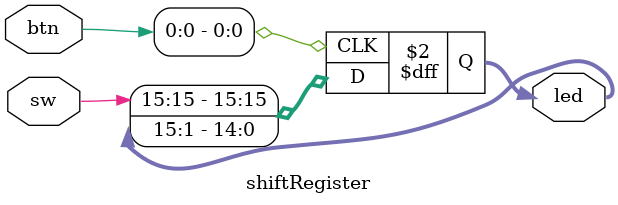
<source format=v>
module shiftRegister(
    input [3:0] btn,
    input [15:0] sw, 
    output reg [15:0] led
);
    always @(posedge btn[0]) begin
        led <= {sw[15], led[15:1]};
    end
endmodule
</source>
